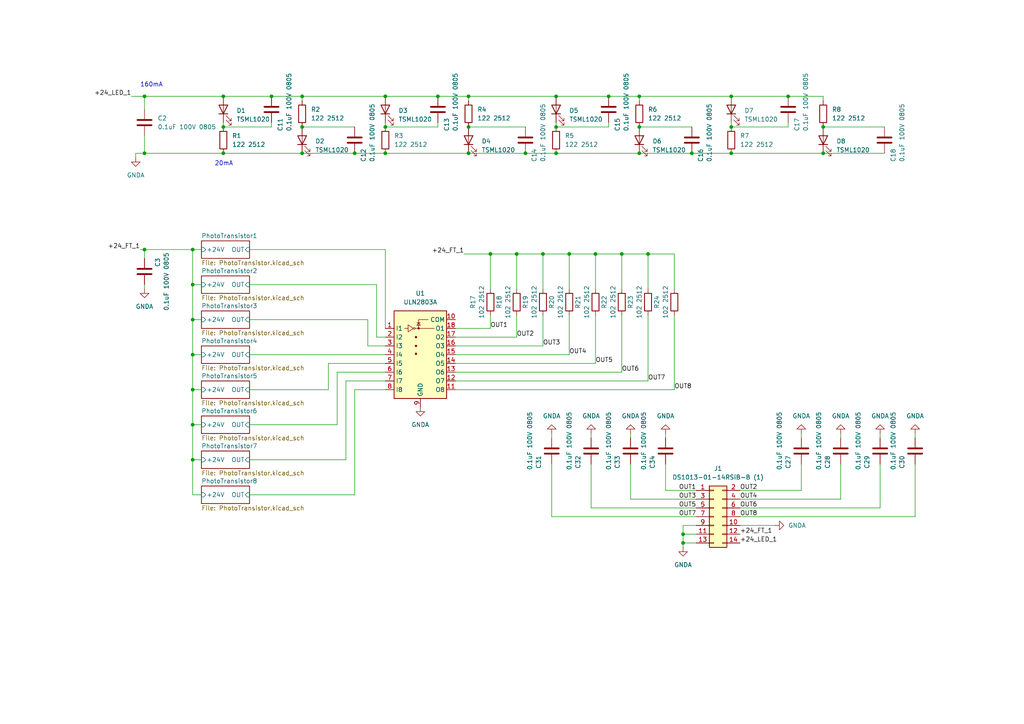
<source format=kicad_sch>
(kicad_sch (version 20230121) (generator eeschema)
  (paper "A4")
  (lib_symbols
    (symbol "Connector_Generic:Conn_02x07_Odd_Even" (pin_names (offset 1.016) hide)
      (property "Reference" "J" (at 1.27 10.16 0))
      (property "Value" "Conn_02x07_Odd_Even" (at 1.27 -10.16 0))
      (symbol "Conn_02x07_Odd_Even_1_1"
        (rectangle (start -1.27 -7.493) (end 0 -7.747) (stroke (width 0.1524)))
        (rectangle (start -1.27 -4.953) (end 0 -5.207) (stroke (width 0.1524)))
        (rectangle (start -1.27 -2.413) (end 0 -2.667) (stroke (width 0.1524)))
        (rectangle (start -1.27 0.127) (end 0 -0.127) (stroke (width 0.1524)))
        (rectangle (start -1.27 2.667) (end 0 2.413) (stroke (width 0.1524)))
        (rectangle (start -1.27 5.207) (end 0 4.953) (stroke (width 0.1524)))
        (rectangle (start -1.27 7.747) (end 0 7.493) (stroke (width 0.1524)))
        (rectangle (start -1.27 8.89) (end 3.81 -8.89) (stroke (width 0.254)) (fill (type background)))
        (rectangle (start 3.81 -7.493) (end 2.54 -7.747) (stroke (width 0.1524)))
        (rectangle (start 3.81 -4.953) (end 2.54 -5.207) (stroke (width 0.1524)))
        (rectangle (start 3.81 -2.413) (end 2.54 -2.667) (stroke (width 0.1524)))
        (rectangle (start 3.81 0.127) (end 2.54 -0.127) (stroke (width 0.1524)))
        (rectangle (start 3.81 2.667) (end 2.54 2.413) (stroke (width 0.1524)))
        (rectangle (start 3.81 5.207) (end 2.54 4.953) (stroke (width 0.1524)))
        (rectangle (start 3.81 7.747) (end 2.54 7.493) (stroke (width 0.1524)))
        (pin passive line (at -5.08 7.62 0) (length 3.81) (name "Pin_1") (number "1"))
        (pin passive line (at 7.62 -2.54 180) (length 3.81) (name "Pin_10") (number "10"))
        (pin passive line (at -5.08 -5.08 0) (length 3.81) (name "Pin_11") (number "11"))
        (pin passive line (at 7.62 -5.08 180) (length 3.81) (name "Pin_12") (number "12"))
        (pin passive line (at -5.08 -7.62 0) (length 3.81) (name "Pin_13") (number "13"))
        (pin passive line (at 7.62 -7.62 180) (length 3.81) (name "Pin_14") (number "14"))
        (pin passive line (at 7.62 7.62 180) (length 3.81) (name "Pin_2") (number "2"))
        (pin passive line (at -5.08 5.08 0) (length 3.81) (name "Pin_3") (number "3"))
        (pin passive line (at 7.62 5.08 180) (length 3.81) (name "Pin_4") (number "4"))
        (pin passive line (at -5.08 2.54 0) (length 3.81) (name "Pin_5") (number "5"))
        (pin passive line (at 7.62 2.54 180) (length 3.81) (name "Pin_6") (number "6"))
        (pin passive line (at -5.08 0 0) (length 3.81) (name "Pin_7") (number "7"))
        (pin passive line (at 7.62 0 180) (length 3.81) (name "Pin_8") (number "8"))
        (pin passive line (at -5.08 -2.54 0) (length 3.81) (name "Pin_9") (number "9"))
      )
    )
    (symbol "Device:C" (pin_numbers hide) (pin_names (offset 0.254))
      (property "Reference" "C" (at 0.635 2.54 0))
      (property "Value" "C" (at 0.635 -2.54 0))
      (symbol "C_0_1"
        (polyline (pts (xy -2.032 -0.762) (xy 2.032 -0.762)) (stroke (width 0.508)))
        (polyline (pts (xy -2.032 0.762) (xy 2.032 0.762)) (stroke (width 0.508)))
      )
      (symbol "C_1_1"
        (pin passive line (at 0 3.81 270) (length 2.794) (name "~") (number "1"))
        (pin passive line (at 0 -3.81 90) (length 2.794) (name "~") (number "2"))
      )
    )
    (symbol "Device:LED" (pin_numbers hide) (pin_names (offset 1.016) hide)
      (property "Reference" "D" (at 0 2.54 0))
      (property "Value" "LED" (at 0 -2.54 0))
      (symbol "LED_0_1"
        (polyline (pts (xy -1.27 -1.27) (xy -1.27 1.27)) (stroke (width 0.254)))
        (polyline (pts (xy -1.27 0) (xy 1.27 0)))
        (polyline (pts (xy 1.27 -1.27) (xy 1.27 1.27) (xy -1.27 0) (xy 1.27 -1.27)) (stroke (width 0.254)))
        (polyline (pts (xy -3.048 -0.762) (xy -4.572 -2.286) (xy -3.81 -2.286) (xy -4.572 -2.286) (xy -4.572 -1.524)))
        (polyline (pts (xy -1.778 -0.762) (xy -3.302 -2.286) (xy -2.54 -2.286) (xy -3.302 -2.286) (xy -3.302 -1.524)))
      )
      (symbol "LED_1_1"
        (pin passive line (at -3.81 0 0) (length 2.54) (name "K") (number "1"))
        (pin passive line (at 3.81 0 180) (length 2.54) (name "A") (number "2"))
      )
    )
    (symbol "Device:R" (pin_numbers hide) (pin_names (offset 0))
      (property "Reference" "R" (at 2.032 0 90))
      (property "Value" "R" (at 0 0 90))
      (symbol "R_0_1"
        (rectangle (start -1.016 -2.54) (end 1.016 2.54) (stroke (width 0.254)))
      )
      (symbol "R_1_1"
        (pin passive line (at 0 3.81 270) (length 1.27) (name "~") (number "1"))
        (pin passive line (at 0 -3.81 90) (length 1.27) (name "~") (number "2"))
      )
    )
    (symbol "PCM_4ms_Power-symbol:GNDA" (power) (pin_numbers hide) (pin_names (offset 0) hide)
      (property "Value" "GNDA" (at 0 -3.81 0))
      (symbol "GNDA_0_1"
        (polyline (pts (xy 0 0) (xy 0 -1.27) (xy 1.27 -1.27) (xy 0 -2.54) (xy -1.27 -1.27) (xy 0 -1.27)))
      )
      (symbol "GNDA_1_1"
        (pin power_in line (at 0 0 270) (length 0) hide (name "GNDA") (number "1"))
      )
    )
    (symbol "Transistor_Array:ULN2803A"
      (property "Reference" "U" (at 0 13.335 0))
      (property "Value" "ULN2803A" (at 0 11.43 0))
      (symbol "ULN2803A_0_1"
        (rectangle (start -7.62 -15.24) (end 7.62 10.16) (stroke (width 0.254)) (fill (type background)))
        (circle (center -1.778 5.08) (radius 0.254))
        (circle (center -1.27 -2.286) (radius 0.254) (fill (type outline)))
        (circle (center -1.27 0) (radius 0.254) (fill (type outline)))
        (circle (center -1.27 2.54) (radius 0.254) (fill (type outline)))
        (circle (center -0.508 5.08) (radius 0.254) (fill (type outline)))
        (polyline (pts (xy -4.572 5.08) (xy -3.556 5.08)))
        (polyline (pts (xy -1.524 5.08) (xy 4.064 5.08)))
        (polyline (pts (xy 0 6.731) (xy -1.016 6.731)))
        (polyline (pts (xy -0.508 5.08) (xy -0.508 7.62) (xy 2.286 7.62)))
        (polyline (pts (xy -3.556 6.096) (xy -3.556 4.064) (xy -2.032 5.08) (xy -3.556 6.096)))
        (polyline (pts (xy 0 5.969) (xy -1.016 5.969) (xy -0.508 6.731) (xy 0 5.969)))
      )
      (symbol "ULN2803A_1_1"
        (pin input line (at -10.16 5.08 0) (length 2.54) (name "I1") (number "1"))
        (pin passive line (at 10.16 7.62 180) (length 2.54) (name "COM") (number "10"))
        (pin open_collector line (at 10.16 -12.7 180) (length 2.54) (name "O8") (number "11"))
        (pin open_collector line (at 10.16 -10.16 180) (length 2.54) (name "O7") (number "12"))
        (pin open_collector line (at 10.16 -7.62 180) (length 2.54) (name "O6") (number "13"))
        (pin open_collector line (at 10.16 -5.08 180) (length 2.54) (name "O5") (number "14"))
        (pin open_collector line (at 10.16 -2.54 180) (length 2.54) (name "O4") (number "15"))
        (pin open_collector line (at 10.16 0 180) (length 2.54) (name "O3") (number "16"))
        (pin open_collector line (at 10.16 2.54 180) (length 2.54) (name "O2") (number "17"))
        (pin open_collector line (at 10.16 5.08 180) (length 2.54) (name "O1") (number "18"))
        (pin input line (at -10.16 2.54 0) (length 2.54) (name "I2") (number "2"))
        (pin input line (at -10.16 0 0) (length 2.54) (name "I3") (number "3"))
        (pin input line (at -10.16 -2.54 0) (length 2.54) (name "I4") (number "4"))
        (pin input line (at -10.16 -5.08 0) (length 2.54) (name "I5") (number "5"))
        (pin input line (at -10.16 -7.62 0) (length 2.54) (name "I6") (number "6"))
        (pin input line (at -10.16 -10.16 0) (length 2.54) (name "I7") (number "7"))
        (pin input line (at -10.16 -12.7 0) (length 2.54) (name "I8") (number "8"))
        (pin power_in line (at 0 -17.78 90) (length 2.54) (name "GND") (number "9"))
      )
    )
  )
  (junction (at 187.96 73.66))
  (junction (at 212.09 44.45))
  (junction (at 87.63 36.83))
  (junction (at 41.91 72.39))
  (junction (at 87.63 44.45))
  (junction (at 55.88 113.03))
  (junction (at 64.77 44.45))
  (junction (at 111.76 36.83))
  (junction (at 64.77 27.94))
  (junction (at 165.1 73.66))
  (junction (at 41.91 44.45))
  (junction (at 198.12 154.94))
  (junction (at 180.34 73.66))
  (junction (at 212.09 27.94))
  (junction (at 55.88 82.55))
  (junction (at 152.4 44.45))
  (junction (at 41.91 27.94))
  (junction (at 185.42 44.45))
  (junction (at 212.09 36.83))
  (junction (at 127 27.94))
  (junction (at 185.42 36.83))
  (junction (at 198.12 157.48))
  (junction (at 161.29 27.94))
  (junction (at 55.88 72.39))
  (junction (at 55.88 102.87))
  (junction (at 200.66 44.45))
  (junction (at 55.88 133.35))
  (junction (at 64.77 36.83))
  (junction (at 102.87 44.45))
  (junction (at 176.53 27.94))
  (junction (at 161.29 36.83))
  (junction (at 111.76 44.45))
  (junction (at 172.72 73.66))
  (junction (at 149.86 73.66))
  (junction (at 135.89 36.83))
  (junction (at 228.6 27.94))
  (junction (at 78.74 27.94))
  (junction (at 87.63 27.94))
  (junction (at 55.88 123.19))
  (junction (at 185.42 27.94))
  (junction (at 161.29 44.45))
  (junction (at 111.76 27.94))
  (junction (at 135.89 27.94))
  (junction (at 135.89 44.45))
  (junction (at 238.76 44.45))
  (junction (at 238.76 36.83))
  (junction (at 55.88 92.71))
  (junction (at 157.48 73.66))
  (junction (at 142.24 73.66))
  (wire (pts (xy 228.6 27.94) (xy 212.09 27.94)))
  (wire (pts (xy 171.45 134.62) (xy 171.45 147.32)))
  (wire (pts (xy 142.24 95.25) (xy 142.24 91.44)))
  (wire (pts (xy 149.86 97.79) (xy 149.86 91.44)))
  (wire (pts (xy 41.91 27.94) (xy 41.91 31.75)))
  (wire (pts (xy 111.76 105.41) (xy 95.25 105.41)))
  (wire (pts (xy 58.42 82.55) (xy 55.88 82.55)))
  (wire (pts (xy 55.88 92.71) (xy 55.88 82.55)))
  (wire (pts (xy 111.76 107.95) (xy 97.79 107.95)))
  (wire (pts (xy 265.43 149.86) (xy 214.63 149.86)))
  (wire (pts (xy 106.68 100.33) (xy 106.68 92.71)))
  (wire (pts (xy 232.41 142.24) (xy 214.63 142.24)))
  (wire (pts (xy 135.89 36.83) (xy 152.4 36.83)))
  (wire (pts (xy 185.42 29.21) (xy 185.42 27.94)))
  (wire (pts (xy 180.34 73.66) (xy 187.96 73.66)))
  (wire (pts (xy 171.45 127) (xy 171.45 125.73)))
  (wire (pts (xy 87.63 27.94) (xy 111.76 27.94)))
  (wire (pts (xy 265.43 134.62) (xy 265.43 149.86)))
  (wire (pts (xy 55.88 72.39) (xy 58.42 72.39)))
  (wire (pts (xy 176.53 27.94) (xy 185.42 27.94)))
  (wire (pts (xy 161.29 35.56) (xy 161.29 36.83)))
  (wire (pts (xy 111.76 113.03) (xy 102.87 113.03)))
  (wire (pts (xy 243.84 127) (xy 243.84 125.73)))
  (wire (pts (xy 55.88 113.03) (xy 55.88 102.87)))
  (wire (pts (xy 172.72 73.66) (xy 172.72 83.82)))
  (wire (pts (xy 176.53 36.83) (xy 161.29 36.83)))
  (wire (pts (xy 187.96 73.66) (xy 187.96 83.82)))
  (wire (pts (xy 132.08 107.95) (xy 180.34 107.95)))
  (wire (pts (xy 165.1 73.66) (xy 165.1 83.82)))
  (wire (pts (xy 232.41 134.62) (xy 232.41 142.24)))
  (wire (pts (xy 232.41 127) (xy 232.41 125.73)))
  (wire (pts (xy 134.62 73.66) (xy 142.24 73.66)))
  (wire (pts (xy 41.91 82.55) (xy 41.91 83.82)))
  (wire (pts (xy 58.42 133.35) (xy 55.88 133.35)))
  (wire (pts (xy 64.77 44.45) (xy 87.63 44.45)))
  (wire (pts (xy 198.12 152.4) (xy 198.12 154.94)))
  (wire (pts (xy 72.39 102.87) (xy 111.76 102.87)))
  (wire (pts (xy 55.88 143.51) (xy 55.88 133.35)))
  (wire (pts (xy 228.6 35.56) (xy 228.6 36.83)))
  (wire (pts (xy 127 36.83) (xy 111.76 36.83)))
  (wire (pts (xy 243.84 134.62) (xy 243.84 144.78)))
  (wire (pts (xy 40.64 72.39) (xy 41.91 72.39)))
  (wire (pts (xy 165.1 73.66) (xy 172.72 73.66)))
  (wire (pts (xy 132.08 110.49) (xy 187.96 110.49)))
  (wire (pts (xy 255.27 147.32) (xy 214.63 147.32)))
  (wire (pts (xy 161.29 44.45) (xy 185.42 44.45)))
  (wire (pts (xy 102.87 113.03) (xy 102.87 143.51)))
  (wire (pts (xy 157.48 100.33) (xy 157.48 91.44)))
  (wire (pts (xy 97.79 107.95) (xy 97.79 123.19)))
  (wire (pts (xy 127 27.94) (xy 135.89 27.94)))
  (wire (pts (xy 132.08 100.33) (xy 157.48 100.33)))
  (wire (pts (xy 195.58 113.03) (xy 195.58 91.44)))
  (wire (pts (xy 39.37 44.45) (xy 41.91 44.45)))
  (wire (pts (xy 87.63 44.45) (xy 102.87 44.45)))
  (wire (pts (xy 132.08 95.25) (xy 142.24 95.25)))
  (wire (pts (xy 97.79 123.19) (xy 72.39 123.19)))
  (wire (pts (xy 132.08 105.41) (xy 172.72 105.41)))
  (wire (pts (xy 111.76 44.45) (xy 135.89 44.45)))
  (wire (pts (xy 111.76 110.49) (xy 100.33 110.49)))
  (wire (pts (xy 182.88 144.78) (xy 201.93 144.78)))
  (wire (pts (xy 182.88 134.62) (xy 182.88 144.78)))
  (wire (pts (xy 142.24 73.66) (xy 149.86 73.66)))
  (wire (pts (xy 78.74 27.94) (xy 87.63 27.94)))
  (wire (pts (xy 243.84 144.78) (xy 214.63 144.78)))
  (wire (pts (xy 102.87 44.45) (xy 111.76 44.45)))
  (wire (pts (xy 111.76 97.79) (xy 109.22 97.79)))
  (wire (pts (xy 109.22 97.79) (xy 109.22 82.55)))
  (wire (pts (xy 255.27 134.62) (xy 255.27 147.32)))
  (wire (pts (xy 41.91 72.39) (xy 55.88 72.39)))
  (wire (pts (xy 193.04 127) (xy 193.04 125.73)))
  (wire (pts (xy 185.42 44.45) (xy 200.66 44.45)))
  (wire (pts (xy 95.25 113.03) (xy 72.39 113.03)))
  (wire (pts (xy 55.88 123.19) (xy 55.88 113.03)))
  (wire (pts (xy 157.48 73.66) (xy 157.48 83.82)))
  (wire (pts (xy 106.68 92.71) (xy 72.39 92.71)))
  (wire (pts (xy 102.87 143.51) (xy 72.39 143.51)))
  (wire (pts (xy 142.24 73.66) (xy 142.24 83.82)))
  (wire (pts (xy 58.42 92.71) (xy 55.88 92.71)))
  (wire (pts (xy 198.12 154.94) (xy 198.12 157.48)))
  (wire (pts (xy 100.33 110.49) (xy 100.33 133.35)))
  (wire (pts (xy 111.76 35.56) (xy 111.76 36.83)))
  (wire (pts (xy 200.66 44.45) (xy 212.09 44.45)))
  (wire (pts (xy 201.93 157.48) (xy 198.12 157.48)))
  (wire (pts (xy 78.74 35.56) (xy 78.74 36.83)))
  (wire (pts (xy 87.63 29.21) (xy 87.63 27.94)))
  (wire (pts (xy 38.1 27.94) (xy 41.91 27.94)))
  (wire (pts (xy 127 35.56) (xy 127 36.83)))
  (wire (pts (xy 135.89 27.94) (xy 161.29 27.94)))
  (wire (pts (xy 214.63 152.4) (xy 224.79 152.4)))
  (wire (pts (xy 132.08 102.87) (xy 165.1 102.87)))
  (wire (pts (xy 64.77 27.94) (xy 78.74 27.94)))
  (wire (pts (xy 171.45 147.32) (xy 201.93 147.32)))
  (wire (pts (xy 195.58 73.66) (xy 195.58 83.82)))
  (wire (pts (xy 198.12 152.4) (xy 201.93 152.4)))
  (wire (pts (xy 176.53 35.56) (xy 176.53 36.83)))
  (wire (pts (xy 111.76 72.39) (xy 72.39 72.39)))
  (wire (pts (xy 55.88 133.35) (xy 55.88 123.19)))
  (wire (pts (xy 160.02 149.86) (xy 201.93 149.86)))
  (wire (pts (xy 39.37 45.72) (xy 39.37 44.45)))
  (wire (pts (xy 160.02 134.62) (xy 160.02 149.86)))
  (wire (pts (xy 149.86 73.66) (xy 149.86 83.82)))
  (wire (pts (xy 149.86 73.66) (xy 157.48 73.66)))
  (wire (pts (xy 238.76 44.45) (xy 256.54 44.45)))
  (wire (pts (xy 132.08 113.03) (xy 195.58 113.03)))
  (wire (pts (xy 135.89 44.45) (xy 152.4 44.45)))
  (wire (pts (xy 165.1 102.87) (xy 165.1 91.44)))
  (wire (pts (xy 172.72 73.66) (xy 180.34 73.66)))
  (wire (pts (xy 87.63 36.83) (xy 102.87 36.83)))
  (wire (pts (xy 201.93 154.94) (xy 198.12 154.94)))
  (wire (pts (xy 109.22 82.55) (xy 72.39 82.55)))
  (wire (pts (xy 238.76 27.94) (xy 228.6 27.94)))
  (wire (pts (xy 265.43 127) (xy 265.43 125.73)))
  (wire (pts (xy 198.12 157.48) (xy 198.12 158.75)))
  (wire (pts (xy 55.88 82.55) (xy 55.88 72.39)))
  (wire (pts (xy 187.96 110.49) (xy 187.96 91.44)))
  (wire (pts (xy 58.42 113.03) (xy 55.88 113.03)))
  (wire (pts (xy 185.42 36.83) (xy 200.66 36.83)))
  (wire (pts (xy 238.76 29.21) (xy 238.76 27.94)))
  (wire (pts (xy 193.04 134.62) (xy 193.04 142.24)))
  (wire (pts (xy 132.08 97.79) (xy 149.86 97.79)))
  (wire (pts (xy 41.91 72.39) (xy 41.91 74.93)))
  (wire (pts (xy 58.42 102.87) (xy 55.88 102.87)))
  (wire (pts (xy 238.76 44.45) (xy 212.09 44.45)))
  (wire (pts (xy 185.42 27.94) (xy 212.09 27.94)))
  (wire (pts (xy 238.76 36.83) (xy 256.54 36.83)))
  (wire (pts (xy 111.76 95.25) (xy 111.76 72.39)))
  (wire (pts (xy 95.25 105.41) (xy 95.25 113.03)))
  (wire (pts (xy 228.6 36.83) (xy 212.09 36.83)))
  (wire (pts (xy 161.29 27.94) (xy 176.53 27.94)))
  (wire (pts (xy 212.09 35.56) (xy 212.09 36.83)))
  (wire (pts (xy 160.02 127) (xy 160.02 125.73)))
  (wire (pts (xy 187.96 73.66) (xy 195.58 73.66)))
  (wire (pts (xy 157.48 73.66) (xy 165.1 73.66)))
  (wire (pts (xy 58.42 143.51) (xy 55.88 143.51)))
  (wire (pts (xy 152.4 44.45) (xy 161.29 44.45)))
  (wire (pts (xy 180.34 107.95) (xy 180.34 91.44)))
  (wire (pts (xy 100.33 133.35) (xy 72.39 133.35)))
  (wire (pts (xy 182.88 127) (xy 182.88 125.73)))
  (wire (pts (xy 111.76 100.33) (xy 106.68 100.33)))
  (wire (pts (xy 78.74 36.83) (xy 64.77 36.83)))
  (wire (pts (xy 172.72 105.41) (xy 172.72 91.44)))
  (wire (pts (xy 255.27 127) (xy 255.27 125.73)))
  (wire (pts (xy 180.34 73.66) (xy 180.34 83.82)))
  (wire (pts (xy 58.42 123.19) (xy 55.88 123.19)))
  (wire (pts (xy 135.89 29.21) (xy 135.89 27.94)))
  (wire (pts (xy 41.91 27.94) (xy 64.77 27.94)))
  (wire (pts (xy 193.04 142.24) (xy 201.93 142.24)))
  (wire (pts (xy 41.91 39.37) (xy 41.91 44.45)))
  (wire (pts (xy 55.88 102.87) (xy 55.88 92.71)))
  (wire (pts (xy 41.91 44.45) (xy 64.77 44.45)))
  (wire (pts (xy 64.77 35.56) (xy 64.77 36.83)))
  (wire (pts (xy 111.76 27.94) (xy 127 27.94)))
  (text "20mA" (at 62.23 48.26 0) (effects (font (size 1.27 1.27)) (justify left bottom)))
  (text "160mA" (at 40.64 25.4 0) (effects (font (size 1.27 1.27)) (justify left bottom)))
  (label "OUT6" (at 180.34 107.95 0))
  (label "OUT6" (at 214.63 147.32 0))
  (label "OUT2" (at 214.63 142.24 0))
  (label "+24_FT_1" (at 40.64 72.39 180))
  (label "OUT5" (at 172.72 105.41 0))
  (label "OUT7" (at 201.93 149.86 180))
  (label "+24_FT_1" (at 214.63 154.94 0))
  (label "OUT2" (at 149.86 97.79 0))
  (label "OUT3" (at 201.93 144.78 180))
  (label "OUT1" (at 142.24 95.25 0))
  (label "OUT7" (at 187.96 110.49 0))
  (label "OUT4" (at 165.1 102.87 0))
  (label "OUT8" (at 214.63 149.86 0))
  (label "OUT4" (at 214.63 144.78 0))
  (label "+24_FT_1" (at 134.62 73.66 180))
  (label "OUT1" (at 201.93 142.24 180))
  (label "OUT5" (at 201.93 147.32 180))
  (label "OUT8" (at 195.58 113.03 0))
  (label "+24_LED_1" (at 214.63 157.48 0))
  (label "+24_LED_1" (at 38.1 27.94 180))
  (label "OUT3" (at 157.48 100.33 0))
  (symbol (lib_id "Device:R") (at 142.24 87.63 180) (unit 1)
    (property "Reference" "R17" (at 137.16 87.63 90))
    (property "Value" "102 2512" (at 139.7 87.63 90))
    (property "Footprint" "PCM_Resistor_SMD_AKL:R_2512_6332Metric_Pad1.52x3.35mm_HandSolder" (effects hide))
  )
  (symbol (lib_id "Device:C") (at 256.54 40.64 0) (unit 1)
    (property "Reference" "C18" (at 259.08 46.99 90) (effects (justify left)))
    (property "Value" "0.1uF 100V 0805" (at 261.62 46.99 90) (effects (justify left)))
    (property "Footprint" "PCM_Resistor_SMD_AKL:R_0805_2012Metric_Pad1.20x1.40mm_HandSolder" (effects hide))
  )
  (symbol (lib_id "PCM_4ms_Power-symbol:GNDA") (at 243.84 125.73 180) (unit 1)
    (property "Reference" "#PWR031" (effects hide))
    (property "Value" "GNDA" (at 243.84 120.65 0))
  )
  (symbol (lib_id "Device:R") (at 165.1 87.63 180) (unit 1)
    (property "Reference" "R20" (at 160.02 87.63 90))
    (property "Value" "102 2512" (at 162.56 87.63 90))
    (property "Footprint" "PCM_Resistor_SMD_AKL:R_2512_6332Metric_Pad1.52x3.35mm_HandSolder" (effects hide))
  )
  (symbol (lib_id "Device:R") (at 238.76 33.02 0) (unit 1)
    (property "Reference" "R8" (at 241.3 31.75 0) (effects (justify left)))
    (property "Value" "122 2512" (at 241.3 34.29 0) (effects (justify left)))
    (property "Footprint" "PCM_Resistor_SMD_AKL:R_2512_6332Metric_Pad1.40x3.35mm_HandSolder" (effects hide))
  )
  (symbol (lib_id "Device:C") (at 200.66 40.64 0) (unit 1)
    (property "Reference" "C16" (at 203.2 46.99 90) (effects (justify left)))
    (property "Value" "0.1uF 100V 0805" (at 205.74 46.99 90) (effects (justify left)))
    (property "Footprint" "PCM_Resistor_SMD_AKL:R_0805_2012Metric_Pad1.20x1.40mm_HandSolder" (effects hide))
  )
  (symbol (lib_id "PCM_4ms_Power-symbol:GNDA") (at 182.88 125.73 180) (unit 1)
    (property "Reference" "#PWR036" (effects hide))
    (property "Value" "GNDA" (at 182.88 120.65 0))
  )
  (symbol (lib_id "Device:C") (at 265.43 130.81 180) (unit 1)
    (property "Reference" "C30" (at 261.62 132.08 90) (effects (justify left)))
    (property "Value" "0.1uF 100V 0805" (at 259.08 119.38 90) (effects (justify left)))
    (property "Footprint" "PCM_Resistor_SMD_AKL:R_0805_2012Metric_Pad1.20x1.40mm_HandSolder" (effects hide))
  )
  (symbol (lib_id "Device:R") (at 212.09 40.64 0) (unit 1)
    (property "Reference" "R7" (at 214.63 39.37 0) (effects (justify left)))
    (property "Value" "122 2512" (at 214.63 41.91 0) (effects (justify left)))
    (property "Footprint" "PCM_Resistor_SMD_AKL:R_2512_6332Metric_Pad1.40x3.35mm_HandSolder" (effects hide))
  )
  (symbol (lib_id "PCM_4ms_Power-symbol:GNDA") (at 193.04 125.73 180) (unit 1)
    (property "Reference" "#PWR037" (effects hide))
    (property "Value" "GNDA" (at 193.04 120.65 0))
  )
  (symbol (lib_id "Device:R") (at 111.76 40.64 0) (unit 1)
    (property "Reference" "R3" (at 114.3 39.37 0) (effects (justify left)))
    (property "Value" "122 2512" (at 114.3 41.91 0) (effects (justify left)))
    (property "Footprint" "PCM_Resistor_SMD_AKL:R_2512_6332Metric_Pad1.40x3.35mm_HandSolder" (effects hide))
  )
  (symbol (lib_id "Device:R") (at 149.86 87.63 180) (unit 1)
    (property "Reference" "R18" (at 144.78 87.63 90))
    (property "Value" "102 2512" (at 147.32 87.63 90))
    (property "Footprint" "PCM_Resistor_SMD_AKL:R_2512_6332Metric_Pad1.52x3.35mm_HandSolder" (effects hide))
  )
  (symbol (lib_id "Connector_Generic:Conn_02x07_Odd_Even") (at 207.01 149.86 0) (unit 1)
    (property "Reference" "J1" (at 208.28 135.89 0))
    (property "Value" "DS1013-01-14RSiB-B (1)" (at 208.28 138.43 0))
    (property "Footprint" "Connector_IDC:DS1019-14NB2B" (effects hide))
  )
  (symbol (lib_id "Device:R") (at 172.72 87.63 180) (unit 1)
    (property "Reference" "R21" (at 167.64 87.63 90))
    (property "Value" "102 2512" (at 170.18 87.63 90))
    (property "Footprint" "PCM_Resistor_SMD_AKL:R_2512_6332Metric_Pad1.52x3.35mm_HandSolder" (effects hide))
  )
  (symbol (lib_id "Device:C") (at 102.87 40.64 0) (unit 1)
    (property "Reference" "C12" (at 105.41 46.99 90) (effects (justify left)))
    (property "Value" "0.1uF 100V 0805" (at 107.95 46.99 90) (effects (justify left)))
    (property "Footprint" "PCM_Resistor_SMD_AKL:R_0805_2012Metric_Pad1.20x1.40mm_HandSolder" (effects hide))
  )
  (symbol (lib_id "Device:R") (at 135.89 33.02 0) (unit 1)
    (property "Reference" "R4" (at 138.43 31.75 0) (effects (justify left)))
    (property "Value" "122 2512" (at 138.43 34.29 0) (effects (justify left)))
    (property "Footprint" "PCM_Resistor_SMD_AKL:R_2512_6332Metric_Pad1.40x3.35mm_HandSolder" (effects hide))
  )
  (symbol (lib_id "Device:C") (at 182.88 130.81 180) (unit 1)
    (property "Reference" "C33" (at 179.07 132.08 90) (effects (justify left)))
    (property "Value" "0.1uF 100V 0805" (at 176.53 119.38 90) (effects (justify left)))
    (property "Footprint" "PCM_Resistor_SMD_AKL:R_0805_2012Metric_Pad1.20x1.40mm_HandSolder" (effects hide))
  )
  (symbol (lib_id "PCM_4ms_Power-symbol:GNDA") (at 121.92 118.11 0) (unit 1)
    (property "Reference" "#PWR019" (effects hide))
    (property "Value" "GNDA" (at 121.92 123.19 0))
  )
  (symbol (lib_id "Device:R") (at 64.77 40.64 0) (unit 1)
    (property "Reference" "R1" (at 67.31 39.37 0) (effects (justify left)))
    (property "Value" "122 2512" (at 67.31 41.91 0) (effects (justify left)))
    (property "Footprint" "PCM_Resistor_SMD_AKL:R_2512_6332Metric_Pad1.40x3.35mm_HandSolder" (effects hide))
  )
  (symbol (lib_id "PCM_4ms_Power-symbol:GNDA") (at 39.37 45.72 0) (unit 1)
    (property "Reference" "#PWR01" (effects hide))
    (property "Value" "GNDA" (at 39.37 50.8 0))
  )
  (symbol (lib_id "Device:C") (at 160.02 130.81 180) (unit 1)
    (property "Reference" "C31" (at 156.21 132.08 90) (effects (justify left)))
    (property "Value" "0.1uF 100V 0805" (at 153.67 119.38 90) (effects (justify left)))
    (property "Footprint" "PCM_Resistor_SMD_AKL:R_0805_2012Metric_Pad1.20x1.40mm_HandSolder" (effects hide))
  )
  (symbol (lib_id "PCM_4ms_Power-symbol:GNDA") (at 160.02 125.73 180) (unit 1)
    (property "Reference" "#PWR034" (effects hide))
    (property "Value" "GNDA" (at 160.02 120.65 0))
  )
  (symbol (lib_id "Device:LED") (at 212.09 31.75 90) (unit 1)
    (property "Reference" "D7" (at 215.9 32.0675 90) (effects (justify right)))
    (property "Value" "TSML1020" (at 215.9 34.6075 90) (effects (justify right)))
    (property "Footprint" "PCM_Diode_SMD_Handsoldering_AKL:D_MiniMELF" (effects hide))
    (property "Datasheet" "https://static.chipdip.ru/lib/677/DOC040677850.pdf" (effects hide))
  )
  (symbol (lib_id "PCM_4ms_Power-symbol:GNDA") (at 171.45 125.73 180) (unit 1)
    (property "Reference" "#PWR035" (effects hide))
    (property "Value" "GNDA" (at 171.45 120.65 0))
  )
  (symbol (lib_id "Device:R") (at 185.42 33.02 0) (unit 1)
    (property "Reference" "R6" (at 187.96 31.75 0) (effects (justify left)))
    (property "Value" "122 2512" (at 187.96 34.29 0) (effects (justify left)))
    (property "Footprint" "PCM_Resistor_SMD_AKL:R_2512_6332Metric_Pad1.40x3.35mm_HandSolder" (effects hide))
  )
  (symbol (lib_id "Device:LED") (at 111.76 31.75 90) (unit 1)
    (property "Reference" "D3" (at 115.57 32.0675 90) (effects (justify right)))
    (property "Value" "TSML1020" (at 115.57 34.6075 90) (effects (justify right)))
    (property "Footprint" "PCM_Diode_SMD_Handsoldering_AKL:D_MiniMELF" (effects hide))
    (property "Datasheet" "https://static.chipdip.ru/lib/677/DOC040677850.pdf" (effects hide))
  )
  (symbol (lib_id "Device:LED") (at 135.89 40.64 90) (unit 1)
    (property "Reference" "D4" (at 139.7 40.9575 90) (effects (justify right)))
    (property "Value" "TSML1020" (at 139.7 43.4975 90) (effects (justify right)))
    (property "Footprint" "PCM_Diode_SMD_Handsoldering_AKL:D_MiniMELF" (effects hide))
    (property "Datasheet" "https://static.chipdip.ru/lib/677/DOC040677850.pdf" (effects hide))
  )
  (symbol (lib_id "Device:R") (at 87.63 33.02 0) (unit 1)
    (property "Reference" "R2" (at 90.17 31.75 0) (effects (justify left)))
    (property "Value" "122 2512" (at 90.17 34.29 0) (effects (justify left)))
    (property "Footprint" "PCM_Resistor_SMD_AKL:R_2512_6332Metric_Pad1.40x3.35mm_HandSolder" (effects hide))
  )
  (symbol (lib_id "Device:R") (at 180.34 87.63 180) (unit 1)
    (property "Reference" "R22" (at 175.26 87.63 90))
    (property "Value" "102 2512" (at 177.8 87.63 90))
    (property "Footprint" "PCM_Resistor_SMD_AKL:R_2512_6332Metric_Pad1.52x3.35mm_HandSolder" (effects hide))
  )
  (symbol (lib_id "Device:LED") (at 161.29 31.75 90) (unit 1)
    (property "Reference" "D5" (at 165.1 32.0675 90) (effects (justify right)))
    (property "Value" "TSML1020" (at 165.1 34.6075 90) (effects (justify right)))
    (property "Footprint" "PCM_Diode_SMD_Handsoldering_AKL:D_MiniMELF" (effects hide))
    (property "Datasheet" "https://static.chipdip.ru/lib/677/DOC040677850.pdf" (effects hide))
  )
  (symbol (lib_id "Device:R") (at 157.48 87.63 180) (unit 1)
    (property "Reference" "R19" (at 152.4 87.63 90))
    (property "Value" "102 2512" (at 154.94 87.63 90))
    (property "Footprint" "PCM_Resistor_SMD_AKL:R_2512_6332Metric_Pad1.52x3.35mm_HandSolder" (effects hide))
  )
  (symbol (lib_id "Device:C") (at 255.27 130.81 180) (unit 1)
    (property "Reference" "C29" (at 251.46 132.08 90) (effects (justify left)))
    (property "Value" "0.1uF 100V 0805" (at 248.92 119.38 90) (effects (justify left)))
    (property "Footprint" "PCM_Resistor_SMD_AKL:R_0805_2012Metric_Pad1.20x1.40mm_HandSolder" (effects hide))
  )
  (symbol (lib_id "Device:C") (at 152.4 40.64 0) (unit 1)
    (property "Reference" "C14" (at 154.94 46.99 90) (effects (justify left)))
    (property "Value" "0.1uF 100V 0805" (at 157.48 46.99 90) (effects (justify left)))
    (property "Footprint" "PCM_Resistor_SMD_AKL:R_0805_2012Metric_Pad1.20x1.40mm_HandSolder" (effects hide))
  )
  (symbol (lib_id "Device:LED") (at 185.42 40.64 90) (unit 1)
    (property "Reference" "D6" (at 189.23 40.9575 90) (effects (justify right)))
    (property "Value" "TSML1020" (at 189.23 43.4975 90) (effects (justify right)))
    (property "Footprint" "PCM_Diode_SMD_Handsoldering_AKL:D_MiniMELF" (effects hide))
    (property "Datasheet" "https://static.chipdip.ru/lib/677/DOC040677850.pdf" (effects hide))
  )
  (symbol (lib_id "Device:C") (at 228.6 31.75 0) (unit 1)
    (property "Reference" "C17" (at 231.14 38.1 90) (effects (justify left)))
    (property "Value" "0.1uF 100V 0805" (at 233.68 38.1 90) (effects (justify left)))
    (property "Footprint" "PCM_Resistor_SMD_AKL:R_0805_2012Metric_Pad1.20x1.40mm_HandSolder" (effects hide))
  )
  (symbol (lib_id "Device:C") (at 127 31.75 0) (unit 1)
    (property "Reference" "C13" (at 129.54 38.1 90) (effects (justify left)))
    (property "Value" "0.1uF 100V 0805" (at 132.08 38.1 90) (effects (justify left)))
    (property "Footprint" "PCM_Resistor_SMD_AKL:R_0805_2012Metric_Pad1.20x1.40mm_HandSolder" (effects hide))
  )
  (symbol (lib_id "Device:R") (at 187.96 87.63 180) (unit 1)
    (property "Reference" "R23" (at 182.88 87.63 90))
    (property "Value" "102 2512" (at 185.42 87.63 90))
    (property "Footprint" "PCM_Resistor_SMD_AKL:R_2512_6332Metric_Pad1.52x3.35mm_HandSolder" (effects hide))
  )
  (symbol (lib_id "Device:C") (at 232.41 130.81 180) (unit 1)
    (property "Reference" "C27" (at 228.6 132.08 90) (effects (justify left)))
    (property "Value" "0.1uF 100V 0805" (at 226.06 119.38 90) (effects (justify left)))
    (property "Footprint" "PCM_Resistor_SMD_AKL:R_0805_2012Metric_Pad1.20x1.40mm_HandSolder" (effects hide))
  )
  (symbol (lib_id "PCM_4ms_Power-symbol:GNDA") (at 198.12 158.75 0) (unit 1)
    (property "Reference" "#PWR024" (effects hide))
    (property "Value" "GNDA" (at 198.12 163.83 0))
  )
  (symbol (lib_id "PCM_4ms_Power-symbol:GNDA") (at 255.27 125.73 180) (unit 1)
    (property "Reference" "#PWR032" (effects hide))
    (property "Value" "GNDA" (at 255.27 120.65 0))
  )
  (symbol (lib_id "Device:C") (at 193.04 130.81 180) (unit 1)
    (property "Reference" "C34" (at 189.23 132.08 90) (effects (justify left)))
    (property "Value" "0.1uF 100V 0805" (at 186.69 119.38 90) (effects (justify left)))
    (property "Footprint" "PCM_Resistor_SMD_AKL:R_0805_2012Metric_Pad1.20x1.40mm_HandSolder" (effects hide))
  )
  (symbol (lib_id "Device:LED") (at 87.63 40.64 90) (unit 1)
    (property "Reference" "D2" (at 91.44 40.9575 90) (effects (justify right)))
    (property "Value" "TSML1020" (at 91.44 43.4975 90) (effects (justify right)))
    (property "Footprint" "PCM_Diode_SMD_Handsoldering_AKL:D_MiniMELF" (effects hide))
    (property "Datasheet" "https://static.chipdip.ru/lib/677/DOC040677850.pdf" (effects hide))
  )
  (symbol (lib_id "Device:R") (at 195.58 87.63 180) (unit 1)
    (property "Reference" "R24" (at 190.5 87.63 90))
    (property "Value" "102 2512" (at 193.04 87.63 90))
    (property "Footprint" "PCM_Resistor_SMD_AKL:R_2512_6332Metric_Pad1.52x3.35mm_HandSolder" (effects hide))
  )
  (symbol (lib_id "Device:C") (at 78.74 31.75 0) (unit 1)
    (property "Reference" "C11" (at 81.28 38.1 90) (effects (justify left)))
    (property "Value" "0.1uF 100V 0805" (at 83.82 38.1 90) (effects (justify left)))
    (property "Footprint" "PCM_Resistor_SMD_AKL:R_0805_2012Metric_Pad1.20x1.40mm_HandSolder" (effects hide))
  )
  (symbol (lib_id "Device:C") (at 243.84 130.81 180) (unit 1)
    (property "Reference" "C28" (at 240.03 132.08 90) (effects (justify left)))
    (property "Value" "0.1uF 100V 0805" (at 237.49 119.38 90) (effects (justify left)))
    (property "Footprint" "PCM_Resistor_SMD_AKL:R_0805_2012Metric_Pad1.20x1.40mm_HandSolder" (effects hide))
  )
  (symbol (lib_id "PCM_4ms_Power-symbol:GNDA") (at 265.43 125.73 180) (unit 1)
    (property "Reference" "#PWR033" (effects hide))
    (property "Value" "GNDA" (at 265.43 120.65 0))
  )
  (symbol (lib_id "PCM_4ms_Power-symbol:GNDA") (at 224.79 152.4 90) (unit 1)
    (property "Reference" "#PWR023" (effects hide))
    (property "Value" "GNDA" (at 228.6 152.4 90) (effects (justify right)))
  )
  (symbol (lib_id "Device:C") (at 41.91 35.56 0) (unit 1)
    (property "Reference" "C2" (at 45.72 34.29 0) (effects (justify left)))
    (property "Value" "0.1uF 100V 0805" (at 45.72 36.83 0) (effects (justify left)))
    (property "Footprint" "PCM_Resistor_SMD_AKL:R_0805_2012Metric_Pad1.20x1.40mm_HandSolder" (effects hide))
  )
  (symbol (lib_id "PCM_4ms_Power-symbol:GNDA") (at 41.91 83.82 0) (unit 1)
    (property "Reference" "#PWR07" (effects hide))
    (property "Value" "GNDA" (at 41.91 88.9 0))
  )
  (symbol (lib_id "Device:C") (at 171.45 130.81 180) (unit 1)
    (property "Reference" "C32" (at 167.64 132.08 90) (effects (justify left)))
    (property "Value" "0.1uF 100V 0805" (at 165.1 119.38 90) (effects (justify left)))
    (property "Footprint" "PCM_Resistor_SMD_AKL:R_0805_2012Metric_Pad1.20x1.40mm_HandSolder" (effects hide))
  )
  (symbol (lib_id "Device:C") (at 41.91 78.74 0) (unit 1)
    (property "Reference" "C3" (at 45.72 77.47 90) (effects (justify left)))
    (property "Value" "0.1uF 100V 0805" (at 48.26 90.17 90) (effects (justify left)))
    (property "Footprint" "PCM_Resistor_SMD_AKL:R_0805_2012Metric_Pad1.20x1.40mm_HandSolder" (effects hide))
  )
  (symbol (lib_id "PCM_4ms_Power-symbol:GNDA") (at 232.41 125.73 180) (unit 1)
    (property "Reference" "#PWR030" (effects hide))
    (property "Value" "GNDA" (at 232.41 120.65 0))
  )
  (symbol (lib_id "Device:LED") (at 64.77 31.75 90) (unit 1)
    (property "Reference" "D1" (at 68.58 32.0675 90) (effects (justify right)))
    (property "Value" "TSML1020" (at 68.58 34.6075 90) (effects (justify right)))
    (property "Footprint" "PCM_Diode_SMD_Handsoldering_AKL:D_MiniMELF" (effects hide))
    (property "Datasheet" "https://static.chipdip.ru/lib/677/DOC040677850.pdf" (effects hide))
  )
  (symbol (lib_id "Transistor_Array:ULN2803A") (at 121.92 100.33 0) (unit 1)
    (property "Reference" "U1" (at 121.92 85.09 0))
    (property "Value" "ULN2803A" (at 121.92 87.63 0))
    (property "Footprint" "Package_SO:SOIC-18W_7.5x11.6mm_P1.27mm" (effects hide))
    (property "Datasheet" "https://doc.platan.ru/pdf/datasheets/other/ULN2803A.pdf" (effects hide))
  )
  (symbol (lib_id "Device:C") (at 176.53 31.75 0) (unit 1)
    (property "Reference" "C15" (at 179.07 38.1 90) (effects (justify left)))
    (property "Value" "0.1uF 100V 0805" (at 181.61 38.1 90) (effects (justify left)))
    (property "Footprint" "PCM_Resistor_SMD_AKL:R_0805_2012Metric_Pad1.20x1.40mm_HandSolder" (effects hide))
  )
  (symbol (lib_id "Device:LED") (at 238.76 40.64 90) (unit 1)
    (property "Reference" "D8" (at 242.57 40.9575 90) (effects (justify right)))
    (property "Value" "TSML1020" (at 242.57 43.4975 90) (effects (justify right)))
    (property "Footprint" "PCM_Diode_SMD_Handsoldering_AKL:D_MiniMELF" (effects hide))
    (property "Datasheet" "https://static.chipdip.ru/lib/677/DOC040677850.pdf" (effects hide))
  )
  (symbol (lib_id "Device:R") (at 161.29 40.64 0) (unit 1)
    (property "Reference" "R5" (at 163.83 39.37 0) (effects (justify left)))
    (property "Value" "122 2512" (at 163.83 41.91 0) (effects (justify left)))
    (property "Footprint" "PCM_Resistor_SMD_AKL:R_2512_6332Metric_Pad1.40x3.35mm_HandSolder" (effects hide))
  )
  (sheet (at 58.42 90.17) (size 13.97 5.08) (stroke (width 0.1524))
    (property "Sheetname" "PhotoTransistor3" (at 58.42 89.4584 0) (effects (justify left bottom)))
    (property "Sheetfile" "PhotoTransistor.kicad_sch" (at 58.42 95.8346 0) (effects (justify left top)))
    (pin "OUT" input (at 72.39 92.71 0))
    (pin "+24V" input (at 58.42 92.71 180))
  )
  (sheet (at 58.42 100.33) (size 13.97 5.08) (stroke (width 0.1524))
    (property "Sheetname" "PhotoTransistor4" (at 58.42 99.6184 0) (effects (justify left bottom)))
    (property "Sheetfile" "PhotoTransistor.kicad_sch" (at 58.42 105.9946 0) (effects (justify left top)))
    (pin "OUT" input (at 72.39 102.87 0))
    (pin "+24V" input (at 58.42 102.87 180))
  )
  (sheet (at 58.42 130.81) (size 13.97 5.08) (stroke (width 0.1524))
    (property "Sheetname" "PhotoTransistor7" (at 58.42 130.0984 0) (effects (justify left bottom)))
    (property "Sheetfile" "PhotoTransistor.kicad_sch" (at 58.42 136.4746 0) (effects (justify left top)))
    (pin "OUT" input (at 72.39 133.35 0))
    (pin "+24V" input (at 58.42 133.35 180))
  )
  (sheet (at 58.42 120.65) (size 13.97 5.08) (stroke (width 0.1524))
    (property "Sheetname" "PhotoTransistor6" (at 58.42 119.9384 0) (effects (justify left bottom)))
    (property "Sheetfile" "PhotoTransistor.kicad_sch" (at 58.42 126.3146 0) (effects (justify left top)))
    (pin "OUT" input (at 72.39 123.19 0))
    (pin "+24V" input (at 58.42 123.19 180))
  )
  (sheet (at 58.42 110.49) (size 13.97 5.08) (stroke (width 0.1524))
    (property "Sheetname" "PhotoTransistor5" (at 58.42 109.7784 0) (effects (justify left bottom)))
    (property "Sheetfile" "PhotoTransistor.kicad_sch" (at 58.42 116.1546 0) (effects (justify left top)))
    (pin "OUT" input (at 72.39 113.03 0))
    (pin "+24V" input (at 58.42 113.03 180))
  )
  (sheet (at 58.42 140.97) (size 13.97 5.08) (stroke (width 0.1524))
    (property "Sheetname" "PhotoTransistor8" (at 58.42 140.2584 0) (effects (justify left bottom)))
    (property "Sheetfile" "PhotoTransistor.kicad_sch" (at 58.42 146.6346 0) (effects (justify left top)))
    (pin "OUT" input (at 72.39 143.51 0))
    (pin "+24V" input (at 58.42 143.51 180))
  )
  (sheet (at 58.42 80.01) (size 13.97 5.08) (stroke (width 0.1524))
    (property "Sheetname" "PhotoTransistor2" (at 58.42 79.2984 0) (effects (justify left bottom)))
    (property "Sheetfile" "PhotoTransistor.kicad_sch" (at 58.42 85.6746 0) (effects (justify left top)))
    (pin "OUT" input (at 72.39 82.55 0))
    (pin "+24V" input (at 58.42 82.55 180))
  )
  (sheet (at 58.42 69.85) (size 13.97 5.08) (stroke (width 0.1524))
    (property "Sheetname" "PhotoTransistor1" (at 58.42 69.1384 0) (effects (justify left bottom)))
    (property "Sheetfile" "PhotoTransistor.kicad_sch" (at 58.42 75.5146 0) (effects (justify left top)))
    (pin "OUT" input (at 72.39 72.39 0))
    (pin "+24V" input (at 58.42 72.39 180))
  )
)
</source>
